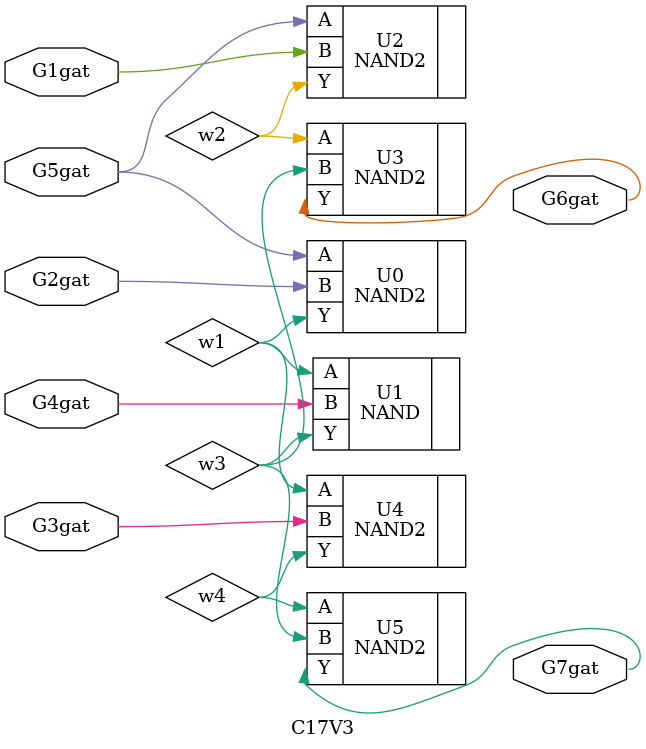
<source format=v>
module C17V3 (
    G1gat, G2gat, G3gat, G4gat, G5gat, G6gat, G7gat );
  input  G1gat, G2gat, G3gat, G4gat, G5gat;
  output G6gat, G7gat ;
  wire w1, w2, w3, w4;
  
  NAND2   U0(.A(G5gat), .B(G2gat), .Y(w1));
  NAND2   U2(.A(G5gat), .B(G1gat), .Y(w2));  
  NAND  U1(.A(w1), .B(G4gat), .Y(w3));
  NAND2  U4(.A(w1), .B(G3gat), .Y(w4));
  NAND2   U3(.A(w2), .B(w3), .Y(G6gat));
  NAND2   U5(.A(w4), .B(w3), .Y(G7gat));

endmodule



</source>
